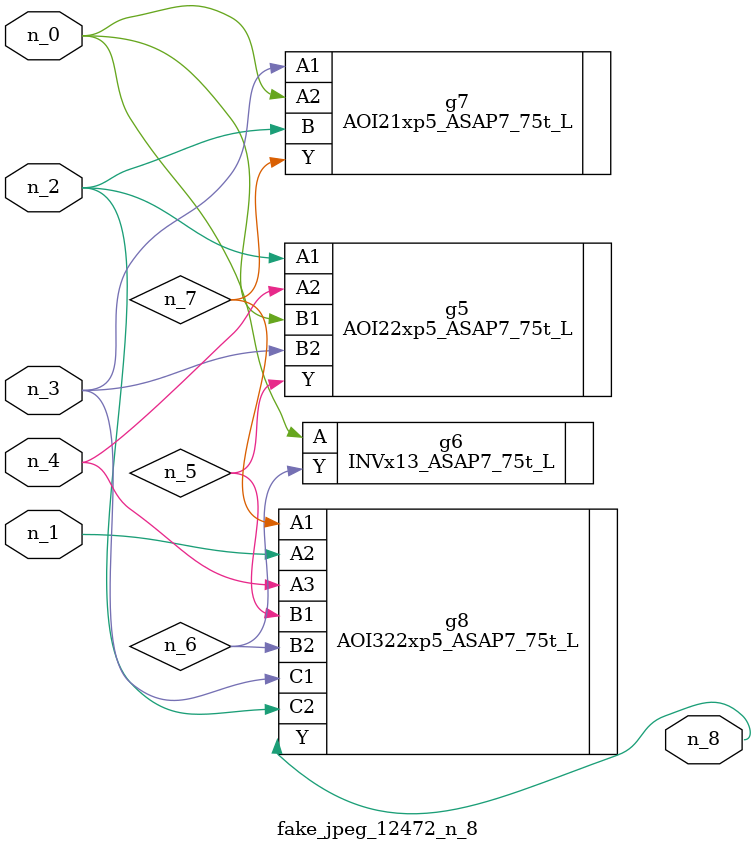
<source format=v>
module fake_jpeg_12472_n_8 (n_3, n_2, n_1, n_0, n_4, n_8);

input n_3;
input n_2;
input n_1;
input n_0;
input n_4;

output n_8;

wire n_6;
wire n_5;
wire n_7;

AOI22xp5_ASAP7_75t_L g5 ( 
.A1(n_2),
.A2(n_4),
.B1(n_0),
.B2(n_3),
.Y(n_5)
);

INVx13_ASAP7_75t_L g6 ( 
.A(n_0),
.Y(n_6)
);

AOI21xp5_ASAP7_75t_L g7 ( 
.A1(n_3),
.A2(n_0),
.B(n_2),
.Y(n_7)
);

AOI322xp5_ASAP7_75t_L g8 ( 
.A1(n_7),
.A2(n_1),
.A3(n_4),
.B1(n_5),
.B2(n_6),
.C1(n_3),
.C2(n_2),
.Y(n_8)
);


endmodule
</source>
